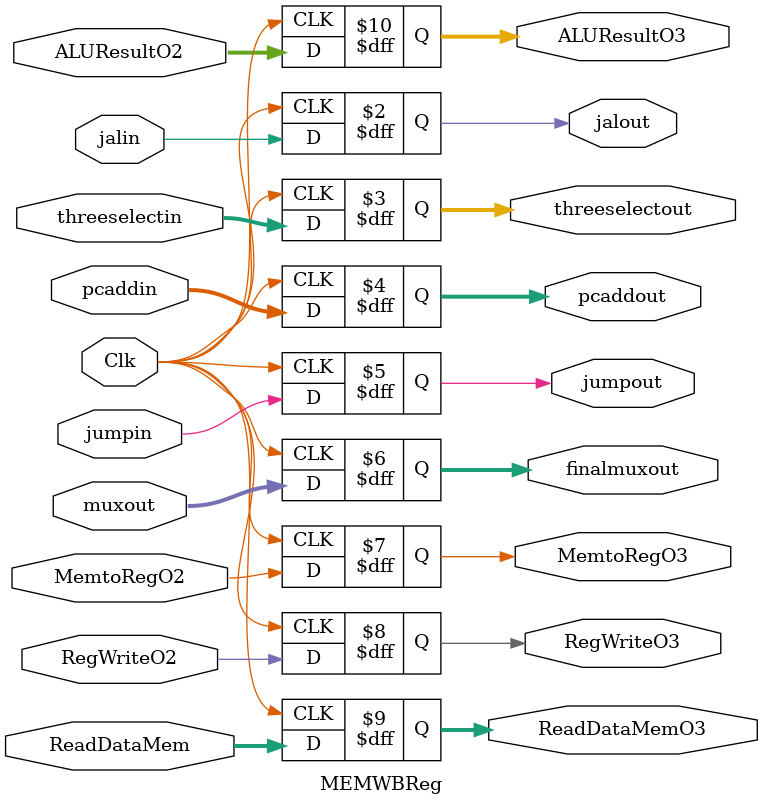
<source format=v>
`timescale 1ns / 1ps


module MEMWBReg(ALUResultO2, MemtoRegO2, RegWriteO2, ReadDataMem, ALUResultO3, MemtoRegO3, RegWriteO3, ReadDataMemO3,Clk, muxout, finalmuxout, threeselectin, threeselectout,jumpin,jumpout,pcaddin, pcaddout, jalin,jalout);
    //MEMWBReg a19(EXMEMALUResult, EXMEMMemtoReg, EXMEMRegWrite, DataMemoryOutput, MEMWBALUResult,MEMWBMemtoReg, MEMWBRegWrite, MEMWBDataMemoryOutput,Clk, EXMEMMux,MEMWBWROutput, threeselectmemwb,threeselectfinal, jumpselectexmem, jumpselectmemwb, addin, addout, exmemPCAddResultP4, memwbPCAddResultP4
    //,JALSignalexmem, JALSignalmemwb);
    input [1:0] threeselectin;
      input jalin;
      output reg jalout;
    output reg [1:0] threeselectout;
     input jumpin;
     output reg [31:0] pcaddout;
       output reg jumpout;
	input MemtoRegO2, RegWriteO2;
	input [31:0] muxout,pcaddin;
	output reg[31:0] finalmuxout;
	input [31:0] ReadDataMem, ALUResultO2;
	input Clk;
	output reg MemtoRegO3, RegWriteO3;
	output reg [31:0] ReadDataMemO3, ALUResultO3;
	    always @(posedge Clk) begin
	    jumpout<=jumpin;
	          threeselectout<=threeselectin;
	          jalout<=jalin;
      MemtoRegO3<= MemtoRegO2;
      RegWriteO3 <= RegWriteO2;
      ReadDataMemO3 <= ReadDataMem;
      pcaddout<=pcaddin;
      ALUResultO3 <= ALUResultO2;
      finalmuxout<=muxout;
   
    end
 

endmodule

</source>
